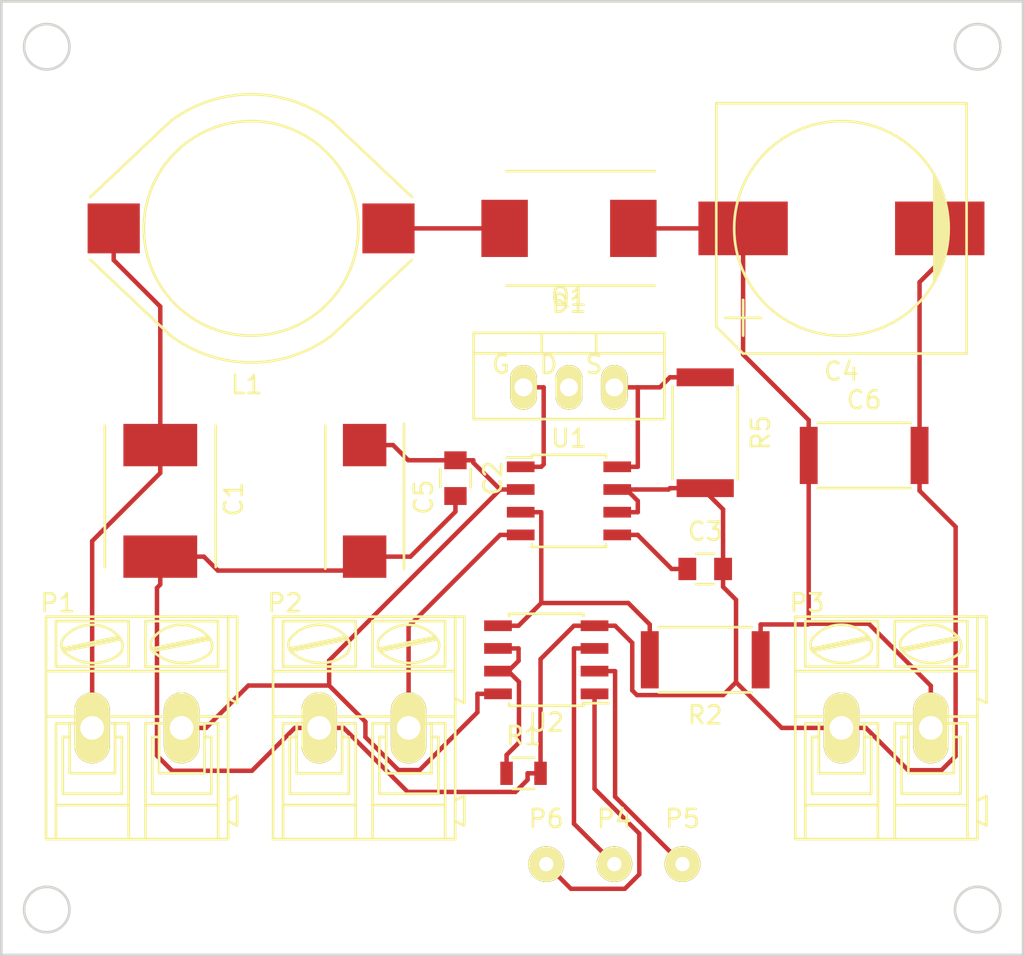
<source format=kicad_pcb>
(kicad_pcb (version 4) (host pcbnew 4.0.0-rc1-stable)

  (general
    (links 35)
    (no_connects 0)
    (area 110.414999 87.554999 167.715001 141.045001)
    (thickness 1.6)
    (drawings 8)
    (tracks 136)
    (zones 0)
    (modules 20)
    (nets 16)
  )

  (page A4)
  (layers
    (0 F.Cu signal)
    (31 B.Cu signal)
    (32 B.Adhes user)
    (33 F.Adhes user)
    (34 B.Paste user)
    (35 F.Paste user)
    (36 B.SilkS user)
    (37 F.SilkS user)
    (38 B.Mask user)
    (39 F.Mask user)
    (40 Dwgs.User user)
    (41 Cmts.User user)
    (42 Eco1.User user)
    (43 Eco2.User user)
    (44 Edge.Cuts user)
    (45 Margin user)
    (46 B.CrtYd user)
    (47 F.CrtYd user)
    (48 B.Fab user)
    (49 F.Fab user)
  )

  (setup
    (last_trace_width 0.25)
    (trace_clearance 0.25)
    (zone_clearance 0.508)
    (zone_45_only no)
    (trace_min 0.2)
    (segment_width 0.2)
    (edge_width 0.15)
    (via_size 0.6)
    (via_drill 0.4)
    (via_min_size 0.4)
    (via_min_drill 0.3)
    (uvia_size 0.3)
    (uvia_drill 0.1)
    (uvias_allowed no)
    (uvia_min_size 0.2)
    (uvia_min_drill 0.1)
    (pcb_text_width 0.3)
    (pcb_text_size 1.5 1.5)
    (mod_edge_width 0.15)
    (mod_text_size 1 1)
    (mod_text_width 0.15)
    (pad_size 5.99948 5.99948)
    (pad_drill 1)
    (pad_to_mask_clearance 0.2)
    (aux_axis_origin 0 0)
    (visible_elements 7FFFFFFF)
    (pcbplotparams
      (layerselection 0x00030_80000001)
      (usegerberextensions false)
      (excludeedgelayer true)
      (linewidth 0.100000)
      (plotframeref false)
      (viasonmask false)
      (mode 1)
      (useauxorigin false)
      (hpglpennumber 1)
      (hpglpenspeed 20)
      (hpglpendiameter 15)
      (hpglpenoverlay 2)
      (psnegative false)
      (psa4output false)
      (plotreference true)
      (plotvalue true)
      (plotinvisibletext false)
      (padsonsilk false)
      (subtractmaskfromsilk false)
      (outputformat 1)
      (mirror false)
      (drillshape 1)
      (scaleselection 1)
      (outputdirectory ""))
  )

  (net 0 "")
  (net 1 GNDD)
  (net 2 "Net-(C3-Pad1)")
  (net 3 "Net-(R1-Pad1)")
  (net 4 "Net-(R2-Pad2)")
  (net 5 "Net-(C1-Pad1)")
  (net 6 "Net-(C2-Pad1)")
  (net 7 "Net-(C4-Pad1)")
  (net 8 "Net-(D1-Pad2)")
  (net 9 "Net-(P5-Pad1)")
  (net 10 "Net-(P6-Pad1)")
  (net 11 "Net-(P2-Pad2)")
  (net 12 "Net-(Q1-PadG)")
  (net 13 "Net-(Q1-PadS)")
  (net 14 "Net-(P4-Pad1)")
  (net 15 "Net-(Q1-PadD)")

  (net_class Default "This is the default net class."
    (clearance 0.25)
    (trace_width 0.25)
    (via_dia 0.6)
    (via_drill 0.4)
    (uvia_dia 0.3)
    (uvia_drill 0.1)
    (add_net GNDD)
    (add_net "Net-(C1-Pad1)")
    (add_net "Net-(C2-Pad1)")
    (add_net "Net-(C3-Pad1)")
    (add_net "Net-(C4-Pad1)")
    (add_net "Net-(D1-Pad2)")
    (add_net "Net-(P2-Pad2)")
    (add_net "Net-(P4-Pad1)")
    (add_net "Net-(P5-Pad1)")
    (add_net "Net-(P6-Pad1)")
    (add_net "Net-(Q1-PadD)")
    (add_net "Net-(Q1-PadG)")
    (add_net "Net-(Q1-PadS)")
    (add_net "Net-(R1-Pad1)")
    (add_net "Net-(R2-Pad2)")
  )

  (module Capacitors_Tantalum_SMD:TantalC_SizeE_EIA-7360_Reflow (layer F.Cu) (tedit 555EFB76) (tstamp 560AFBB2)
    (at 119.38 115.57 270)
    (descr "Tantal Cap. , Size E, EIA-7360, Reflow,")
    (tags "Tantal Capacitor Size-E EIA-7360 Reflow")
    (path /5609A72E)
    (attr smd)
    (fp_text reference C1 (at -0.09906 -4.09956 270) (layer F.SilkS)
      (effects (font (size 1 1) (thickness 0.15)))
    )
    (fp_text value "100uF, 35V" (at 0 4.50088 270) (layer F.Fab)
      (effects (font (size 1 1) (thickness 0.15)))
    )
    (fp_line (start 3.7 3.1) (end -4.2 3.1) (layer F.SilkS) (width 0.15))
    (fp_line (start 3.7 -3.1) (end -4.2 -3.1) (layer F.SilkS) (width 0.15))
    (fp_line (start 4.6 -3.4) (end -4.6 -3.4) (layer F.CrtYd) (width 0.05))
    (fp_line (start -4.6 -3.4) (end -4.6 3.4) (layer F.CrtYd) (width 0.05))
    (fp_line (start -4.6 3.4) (end 4.6 3.4) (layer F.CrtYd) (width 0.05))
    (fp_line (start 4.6 3.4) (end 4.6 -3.4) (layer F.CrtYd) (width 0.05))
    (pad 2 smd rect (at 3.12 0 270) (size 2.37 4.13) (layers F.Cu F.Paste F.Mask)
      (net 1 GNDD))
    (pad 1 smd rect (at -3.12 0 270) (size 2.37 4.13) (layers F.Cu F.Paste F.Mask)
      (net 5 "Net-(C1-Pad1)"))
    (model Capacitors_Tantalum_SMD.3dshapes/TantalC_SizeE_EIA-7360_Reflow.wrl
      (at (xyz 0 0 0))
      (scale (xyz 1 1 1))
      (rotate (xyz 0 0 180))
    )
  )

  (module Capacitors_SMD:C_0805 (layer F.Cu) (tedit 5415D6EA) (tstamp 560AFBBE)
    (at 135.89 114.3 270)
    (descr "Capacitor SMD 0805, reflow soldering, AVX (see smccp.pdf)")
    (tags "capacitor 0805")
    (path /5609A034)
    (attr smd)
    (fp_text reference C2 (at 0 -2.1 270) (layer F.SilkS)
      (effects (font (size 1 1) (thickness 0.15)))
    )
    (fp_text value 100nF (at 0 2.1 270) (layer F.Fab)
      (effects (font (size 1 1) (thickness 0.15)))
    )
    (fp_line (start -1.8 -1) (end 1.8 -1) (layer F.CrtYd) (width 0.05))
    (fp_line (start -1.8 1) (end 1.8 1) (layer F.CrtYd) (width 0.05))
    (fp_line (start -1.8 -1) (end -1.8 1) (layer F.CrtYd) (width 0.05))
    (fp_line (start 1.8 -1) (end 1.8 1) (layer F.CrtYd) (width 0.05))
    (fp_line (start 0.5 -0.85) (end -0.5 -0.85) (layer F.SilkS) (width 0.15))
    (fp_line (start -0.5 0.85) (end 0.5 0.85) (layer F.SilkS) (width 0.15))
    (pad 1 smd rect (at -1 0 270) (size 1 1.25) (layers F.Cu F.Paste F.Mask)
      (net 6 "Net-(C2-Pad1)"))
    (pad 2 smd rect (at 1 0 270) (size 1 1.25) (layers F.Cu F.Paste F.Mask)
      (net 1 GNDD))
    (model Capacitors_SMD.3dshapes/C_0805.wrl
      (at (xyz 0 0 0))
      (scale (xyz 1 1 1))
      (rotate (xyz 0 0 0))
    )
  )

  (module Capacitors_SMD:C_0805 (layer F.Cu) (tedit 5415D6EA) (tstamp 560AFBCA)
    (at 149.86 119.38)
    (descr "Capacitor SMD 0805, reflow soldering, AVX (see smccp.pdf)")
    (tags "capacitor 0805")
    (path /56099F9D)
    (attr smd)
    (fp_text reference C3 (at 0 -2.1) (layer F.SilkS)
      (effects (font (size 1 1) (thickness 0.15)))
    )
    (fp_text value 100nF (at 0 2.1) (layer F.Fab)
      (effects (font (size 1 1) (thickness 0.15)))
    )
    (fp_line (start -1.8 -1) (end 1.8 -1) (layer F.CrtYd) (width 0.05))
    (fp_line (start -1.8 1) (end 1.8 1) (layer F.CrtYd) (width 0.05))
    (fp_line (start -1.8 -1) (end -1.8 1) (layer F.CrtYd) (width 0.05))
    (fp_line (start 1.8 -1) (end 1.8 1) (layer F.CrtYd) (width 0.05))
    (fp_line (start 0.5 -0.85) (end -0.5 -0.85) (layer F.SilkS) (width 0.15))
    (fp_line (start -0.5 0.85) (end 0.5 0.85) (layer F.SilkS) (width 0.15))
    (pad 1 smd rect (at -1 0) (size 1 1.25) (layers F.Cu F.Paste F.Mask)
      (net 2 "Net-(C3-Pad1)"))
    (pad 2 smd rect (at 1 0) (size 1 1.25) (layers F.Cu F.Paste F.Mask)
      (net 1 GNDD))
    (model Capacitors_SMD.3dshapes/C_0805.wrl
      (at (xyz 0 0 0))
      (scale (xyz 1 1 1))
      (rotate (xyz 0 0 0))
    )
  )

  (module Capacitors_Tantalum_SMD:TantalC_SizeD_EIA-7343_Reflow (layer F.Cu) (tedit 555EF99E) (tstamp 560AFBEF)
    (at 130.81 115.57 270)
    (descr "Tantal Cap. , Size D, EIA-7343, Reflow")
    (tags "Tantal Capacitor Size-D EIA-7343 Reflow")
    (path /5609A12A)
    (attr smd)
    (fp_text reference C5 (at -0.20066 -3.29946 270) (layer F.SilkS)
      (effects (font (size 1 1) (thickness 0.15)))
    )
    (fp_text value 10uF (at -0.09906 3.59918 270) (layer F.Fab)
      (effects (font (size 1 1) (thickness 0.15)))
    )
    (fp_line (start 4.6 -2.6) (end -4.6 -2.6) (layer F.CrtYd) (width 0.05))
    (fp_line (start -4.6 -2.6) (end -4.6 2.6) (layer F.CrtYd) (width 0.05))
    (fp_line (start -4.6 2.6) (end 4.6 2.6) (layer F.CrtYd) (width 0.05))
    (fp_line (start 4.6 2.6) (end 4.6 -2.6) (layer F.CrtYd) (width 0.05))
    (fp_line (start -4.2 2.2) (end 3.8 2.2) (layer F.SilkS) (width 0.15))
    (fp_line (start 3.8 -2.2) (end -4.3 -2.2) (layer F.SilkS) (width 0.15))
    (pad 2 smd rect (at 3.12 0 270) (size 2.37 2.43) (layers F.Cu F.Paste F.Mask)
      (net 1 GNDD))
    (pad 1 smd rect (at -3.12 0 270) (size 2.37 2.43) (layers F.Cu F.Paste F.Mask)
      (net 6 "Net-(C2-Pad1)"))
    (model Capacitors_Tantalum_SMD.3dshapes/TantalC_SizeD_EIA-7343_Reflow.wrl
      (at (xyz 0 0 0))
      (scale (xyz 1 1 1))
      (rotate (xyz 0 0 180))
    )
  )

  (module Resistors_SMD:R_0805 (layer F.Cu) (tedit 5415CDEB) (tstamp 560AFC07)
    (at 139.7 130.81)
    (descr "Resistor SMD 0805, reflow soldering, Vishay (see dcrcw.pdf)")
    (tags "resistor 0805")
    (path /560ADF17)
    (attr smd)
    (fp_text reference R1 (at 0 -2.1) (layer F.SilkS)
      (effects (font (size 1 1) (thickness 0.15)))
    )
    (fp_text value 10k (at 0 2.1) (layer F.Fab)
      (effects (font (size 1 1) (thickness 0.15)))
    )
    (fp_line (start -1.6 -1) (end 1.6 -1) (layer F.CrtYd) (width 0.05))
    (fp_line (start -1.6 1) (end 1.6 1) (layer F.CrtYd) (width 0.05))
    (fp_line (start -1.6 -1) (end -1.6 1) (layer F.CrtYd) (width 0.05))
    (fp_line (start 1.6 -1) (end 1.6 1) (layer F.CrtYd) (width 0.05))
    (fp_line (start 0.6 0.875) (end -0.6 0.875) (layer F.SilkS) (width 0.15))
    (fp_line (start -0.6 -0.875) (end 0.6 -0.875) (layer F.SilkS) (width 0.15))
    (pad 1 smd rect (at -0.95 0) (size 0.7 1.3) (layers F.Cu F.Paste F.Mask)
      (net 3 "Net-(R1-Pad1)"))
    (pad 2 smd rect (at 0.95 0) (size 0.7 1.3) (layers F.Cu F.Paste F.Mask)
      (net 1 GNDD))
    (model Resistors_SMD.3dshapes/R_0805.wrl
      (at (xyz 0 0 0))
      (scale (xyz 1 1 1))
      (rotate (xyz 0 0 0))
    )
  )

  (module Resistors_SMD:R_2512 (layer F.Cu) (tedit 5415D3E2) (tstamp 560AFC13)
    (at 149.86 124.46 180)
    (descr "Resistor SMD 2512, reflow soldering, Vishay (see dcrcw.pdf)")
    (tags "resistor 2512")
    (path /560AE4B9)
    (attr smd)
    (fp_text reference R2 (at 0 -3.1 180) (layer F.SilkS)
      (effects (font (size 1 1) (thickness 0.15)))
    )
    (fp_text value 1M5 (at 0 3.1 180) (layer F.Fab)
      (effects (font (size 1 1) (thickness 0.15)))
    )
    (fp_line (start -3.9 -1.95) (end 3.9 -1.95) (layer F.CrtYd) (width 0.05))
    (fp_line (start -3.9 1.95) (end 3.9 1.95) (layer F.CrtYd) (width 0.05))
    (fp_line (start -3.9 -1.95) (end -3.9 1.95) (layer F.CrtYd) (width 0.05))
    (fp_line (start 3.9 -1.95) (end 3.9 1.95) (layer F.CrtYd) (width 0.05))
    (fp_line (start 2.6 1.825) (end -2.6 1.825) (layer F.SilkS) (width 0.15))
    (fp_line (start -2.6 -1.825) (end 2.6 -1.825) (layer F.SilkS) (width 0.15))
    (pad 1 smd rect (at -3.1 0 180) (size 1 3.2) (layers F.Cu F.Paste F.Mask)
      (net 7 "Net-(C4-Pad1)"))
    (pad 2 smd rect (at 3.1 0 180) (size 1 3.2) (layers F.Cu F.Paste F.Mask)
      (net 4 "Net-(R2-Pad2)"))
    (model Resistors_SMD.3dshapes/R_2512.wrl
      (at (xyz 0 0 0))
      (scale (xyz 1 1 1))
      (rotate (xyz 0 0 0))
    )
  )

  (module Resistors_SMD:R_2512 (layer F.Cu) (tedit 5415D3E2) (tstamp 560AFC1F)
    (at 149.86 111.76 270)
    (descr "Resistor SMD 2512, reflow soldering, Vishay (see dcrcw.pdf)")
    (tags "resistor 2512")
    (path /560ADAD2)
    (attr smd)
    (fp_text reference R5 (at 0 -3.1 270) (layer F.SilkS)
      (effects (font (size 1 1) (thickness 0.15)))
    )
    (fp_text value RSENSE (at 0 3.1 270) (layer F.Fab)
      (effects (font (size 1 1) (thickness 0.15)))
    )
    (fp_line (start -3.9 -1.95) (end 3.9 -1.95) (layer F.CrtYd) (width 0.05))
    (fp_line (start -3.9 1.95) (end 3.9 1.95) (layer F.CrtYd) (width 0.05))
    (fp_line (start -3.9 -1.95) (end -3.9 1.95) (layer F.CrtYd) (width 0.05))
    (fp_line (start 3.9 -1.95) (end 3.9 1.95) (layer F.CrtYd) (width 0.05))
    (fp_line (start 2.6 1.825) (end -2.6 1.825) (layer F.SilkS) (width 0.15))
    (fp_line (start -2.6 -1.825) (end 2.6 -1.825) (layer F.SilkS) (width 0.15))
    (pad 1 smd rect (at -3.1 0 270) (size 1 3.2) (layers F.Cu F.Paste F.Mask)
      (net 13 "Net-(Q1-PadS)"))
    (pad 2 smd rect (at 3.1 0 270) (size 1 3.2) (layers F.Cu F.Paste F.Mask)
      (net 1 GNDD))
    (model Resistors_SMD.3dshapes/R_2512.wrl
      (at (xyz 0 0 0))
      (scale (xyz 1 1 1))
      (rotate (xyz 0 0 0))
    )
  )

  (module Housings_SOIC:SOIC-8_3.9x4.9mm_Pitch1.27mm (layer F.Cu) (tedit 54130A77) (tstamp 560AFC36)
    (at 142.24 115.57)
    (descr "8-Lead Plastic Small Outline (SN) - Narrow, 3.90 mm Body [SOIC] (see Microchip Packaging Specification 00000049BS.pdf)")
    (tags "SOIC 1.27")
    (path /56099E6A)
    (attr smd)
    (fp_text reference U1 (at 0 -3.5) (layer F.SilkS)
      (effects (font (size 1 1) (thickness 0.15)))
    )
    (fp_text value MAX1771_IC (at 0 3.5) (layer F.Fab)
      (effects (font (size 1 1) (thickness 0.15)))
    )
    (fp_line (start -3.75 -2.75) (end -3.75 2.75) (layer F.CrtYd) (width 0.05))
    (fp_line (start 3.75 -2.75) (end 3.75 2.75) (layer F.CrtYd) (width 0.05))
    (fp_line (start -3.75 -2.75) (end 3.75 -2.75) (layer F.CrtYd) (width 0.05))
    (fp_line (start -3.75 2.75) (end 3.75 2.75) (layer F.CrtYd) (width 0.05))
    (fp_line (start -2.075 -2.575) (end -2.075 -2.43) (layer F.SilkS) (width 0.15))
    (fp_line (start 2.075 -2.575) (end 2.075 -2.43) (layer F.SilkS) (width 0.15))
    (fp_line (start 2.075 2.575) (end 2.075 2.43) (layer F.SilkS) (width 0.15))
    (fp_line (start -2.075 2.575) (end -2.075 2.43) (layer F.SilkS) (width 0.15))
    (fp_line (start -2.075 -2.575) (end 2.075 -2.575) (layer F.SilkS) (width 0.15))
    (fp_line (start -2.075 2.575) (end 2.075 2.575) (layer F.SilkS) (width 0.15))
    (fp_line (start -2.075 -2.43) (end -3.475 -2.43) (layer F.SilkS) (width 0.15))
    (pad 1 smd rect (at -2.7 -1.905) (size 1.55 0.6) (layers F.Cu F.Paste F.Mask)
      (net 12 "Net-(Q1-PadG)"))
    (pad 2 smd rect (at -2.7 -0.635) (size 1.55 0.6) (layers F.Cu F.Paste F.Mask)
      (net 6 "Net-(C2-Pad1)"))
    (pad 3 smd rect (at -2.7 0.635) (size 1.55 0.6) (layers F.Cu F.Paste F.Mask)
      (net 4 "Net-(R2-Pad2)"))
    (pad 4 smd rect (at -2.7 1.905) (size 1.55 0.6) (layers F.Cu F.Paste F.Mask)
      (net 11 "Net-(P2-Pad2)"))
    (pad 5 smd rect (at 2.7 1.905) (size 1.55 0.6) (layers F.Cu F.Paste F.Mask)
      (net 2 "Net-(C3-Pad1)"))
    (pad 6 smd rect (at 2.7 0.635) (size 1.55 0.6) (layers F.Cu F.Paste F.Mask)
      (net 1 GNDD))
    (pad 7 smd rect (at 2.7 -0.635) (size 1.55 0.6) (layers F.Cu F.Paste F.Mask)
      (net 1 GNDD))
    (pad 8 smd rect (at 2.7 -1.905) (size 1.55 0.6) (layers F.Cu F.Paste F.Mask)
      (net 13 "Net-(Q1-PadS)"))
    (model Housings_SOIC.3dshapes/SOIC-8_3.9x4.9mm_Pitch1.27mm.wrl
      (at (xyz 0 0 0))
      (scale (xyz 1 1 1))
      (rotate (xyz 0 0 0))
    )
  )

  (module Transistors_TO-220:TO-220_FET-GDS_Vertical (layer F.Cu) (tedit 0) (tstamp 560AFBFB)
    (at 142.24 109.22)
    (descr "TO-220, FET-GDS, Vertical,")
    (tags "TO-220, FET-GDS, Vertical,")
    (path /560DF675)
    (fp_text reference Q1 (at 0 -5.08) (layer F.SilkS)
      (effects (font (size 1 1) (thickness 0.15)))
    )
    (fp_text value IRF644PBF (at 0 3.81) (layer F.Fab)
      (effects (font (size 1 1) (thickness 0.15)))
    )
    (fp_text user S (at 1.397 -1.27) (layer F.SilkS)
      (effects (font (size 1 1) (thickness 0.15)))
    )
    (fp_text user D (at -1.143 -1.27) (layer F.SilkS)
      (effects (font (size 1 1) (thickness 0.15)))
    )
    (fp_text user G (at -3.81 -1.27) (layer F.SilkS)
      (effects (font (size 1 1) (thickness 0.15)))
    )
    (fp_line (start -1.524 -3.048) (end -1.524 -1.905) (layer F.SilkS) (width 0.15))
    (fp_line (start 1.524 -3.048) (end 1.524 -1.905) (layer F.SilkS) (width 0.15))
    (fp_line (start 5.334 -1.905) (end 5.334 1.778) (layer F.SilkS) (width 0.15))
    (fp_line (start 5.334 1.778) (end -5.334 1.778) (layer F.SilkS) (width 0.15))
    (fp_line (start -5.334 1.778) (end -5.334 -1.905) (layer F.SilkS) (width 0.15))
    (fp_line (start 5.334 -3.048) (end 5.334 -1.905) (layer F.SilkS) (width 0.15))
    (fp_line (start 5.334 -1.905) (end -5.334 -1.905) (layer F.SilkS) (width 0.15))
    (fp_line (start -5.334 -1.905) (end -5.334 -3.048) (layer F.SilkS) (width 0.15))
    (fp_line (start 0 -3.048) (end -5.334 -3.048) (layer F.SilkS) (width 0.15))
    (fp_line (start 0 -3.048) (end 5.334 -3.048) (layer F.SilkS) (width 0.15))
    (pad D thru_hole oval (at 0 0 90) (size 2.49936 1.50114) (drill 1.00076) (layers *.Cu *.Mask F.SilkS)
      (net 15 "Net-(Q1-PadD)"))
    (pad G thru_hole oval (at -2.54 0 90) (size 2.49936 1.50114) (drill 1.00076) (layers *.Cu *.Mask F.SilkS)
      (net 12 "Net-(Q1-PadG)"))
    (pad S thru_hole oval (at 2.54 0 90) (size 2.49936 1.50114) (drill 1.00076) (layers *.Cu *.Mask F.SilkS)
      (net 13 "Net-(Q1-PadS)"))
    (model Transistors_TO-220.3dshapes/TO-220_FET-GDS_Vertical.wrl
      (at (xyz 0 0 0))
      (scale (xyz 0.3937 0.3937 0.3937))
      (rotate (xyz 0 0 0))
    )
  )

  (module Connect:AK300-2 (layer F.Cu) (tedit 54792136) (tstamp 560C20A5)
    (at 115.57 128.27)
    (descr CONNECTOR)
    (tags CONNECTOR)
    (path /560DAB00)
    (attr virtual)
    (fp_text reference P1 (at -1.92 -6.985) (layer F.SilkS)
      (effects (font (size 1 1) (thickness 0.15)))
    )
    (fp_text value J1 (at 2.779 7.747) (layer F.Fab)
      (effects (font (size 1 1) (thickness 0.15)))
    )
    (fp_line (start 8.363 -6.473) (end -2.83 -6.473) (layer F.CrtYd) (width 0.05))
    (fp_line (start 8.363 6.473) (end 8.363 -6.473) (layer F.CrtYd) (width 0.05))
    (fp_line (start -2.83 6.473) (end 8.363 6.473) (layer F.CrtYd) (width 0.05))
    (fp_line (start -2.83 -6.473) (end -2.83 6.473) (layer F.CrtYd) (width 0.05))
    (fp_line (start -1.2596 2.54) (end 1.2804 2.54) (layer F.SilkS) (width 0.15))
    (fp_line (start 1.2804 2.54) (end 1.2804 -0.254) (layer F.SilkS) (width 0.15))
    (fp_line (start -1.2596 -0.254) (end 1.2804 -0.254) (layer F.SilkS) (width 0.15))
    (fp_line (start -1.2596 2.54) (end -1.2596 -0.254) (layer F.SilkS) (width 0.15))
    (fp_line (start 3.7442 2.54) (end 6.2842 2.54) (layer F.SilkS) (width 0.15))
    (fp_line (start 6.2842 2.54) (end 6.2842 -0.254) (layer F.SilkS) (width 0.15))
    (fp_line (start 3.7442 -0.254) (end 6.2842 -0.254) (layer F.SilkS) (width 0.15))
    (fp_line (start 3.7442 2.54) (end 3.7442 -0.254) (layer F.SilkS) (width 0.15))
    (fp_line (start 7.605 -6.223) (end 7.605 -3.175) (layer F.SilkS) (width 0.15))
    (fp_line (start 7.605 -6.223) (end -2.58 -6.223) (layer F.SilkS) (width 0.15))
    (fp_line (start 7.605 -6.223) (end 8.113 -6.223) (layer F.SilkS) (width 0.15))
    (fp_line (start 8.113 -6.223) (end 8.113 -1.397) (layer F.SilkS) (width 0.15))
    (fp_line (start 8.113 -1.397) (end 7.605 -1.651) (layer F.SilkS) (width 0.15))
    (fp_line (start 8.113 5.461) (end 7.605 5.207) (layer F.SilkS) (width 0.15))
    (fp_line (start 7.605 5.207) (end 7.605 6.223) (layer F.SilkS) (width 0.15))
    (fp_line (start 8.113 3.81) (end 7.605 4.064) (layer F.SilkS) (width 0.15))
    (fp_line (start 7.605 4.064) (end 7.605 5.207) (layer F.SilkS) (width 0.15))
    (fp_line (start 8.113 3.81) (end 8.113 5.461) (layer F.SilkS) (width 0.15))
    (fp_line (start 2.9822 6.223) (end 2.9822 4.318) (layer F.SilkS) (width 0.15))
    (fp_line (start 7.0462 -0.254) (end 7.0462 4.318) (layer F.SilkS) (width 0.15))
    (fp_line (start 2.9822 6.223) (end 7.0462 6.223) (layer F.SilkS) (width 0.15))
    (fp_line (start 7.0462 6.223) (end 7.605 6.223) (layer F.SilkS) (width 0.15))
    (fp_line (start 2.0424 6.223) (end 2.0424 4.318) (layer F.SilkS) (width 0.15))
    (fp_line (start 2.0424 6.223) (end 2.9822 6.223) (layer F.SilkS) (width 0.15))
    (fp_line (start -2.0216 -0.254) (end -2.0216 4.318) (layer F.SilkS) (width 0.15))
    (fp_line (start -2.58 6.223) (end -2.0216 6.223) (layer F.SilkS) (width 0.15))
    (fp_line (start -2.0216 6.223) (end 2.0424 6.223) (layer F.SilkS) (width 0.15))
    (fp_line (start 2.9822 4.318) (end 7.0462 4.318) (layer F.SilkS) (width 0.15))
    (fp_line (start 2.9822 4.318) (end 2.9822 -0.254) (layer F.SilkS) (width 0.15))
    (fp_line (start 7.0462 4.318) (end 7.0462 6.223) (layer F.SilkS) (width 0.15))
    (fp_line (start 2.0424 4.318) (end -2.0216 4.318) (layer F.SilkS) (width 0.15))
    (fp_line (start 2.0424 4.318) (end 2.0424 -0.254) (layer F.SilkS) (width 0.15))
    (fp_line (start -2.0216 4.318) (end -2.0216 6.223) (layer F.SilkS) (width 0.15))
    (fp_line (start 6.6652 3.683) (end 6.6652 0.508) (layer F.SilkS) (width 0.15))
    (fp_line (start 6.6652 3.683) (end 3.3632 3.683) (layer F.SilkS) (width 0.15))
    (fp_line (start 3.3632 3.683) (end 3.3632 0.508) (layer F.SilkS) (width 0.15))
    (fp_line (start 1.6614 3.683) (end 1.6614 0.508) (layer F.SilkS) (width 0.15))
    (fp_line (start 1.6614 3.683) (end -1.6406 3.683) (layer F.SilkS) (width 0.15))
    (fp_line (start -1.6406 3.683) (end -1.6406 0.508) (layer F.SilkS) (width 0.15))
    (fp_line (start -1.6406 0.508) (end -1.2596 0.508) (layer F.SilkS) (width 0.15))
    (fp_line (start 1.6614 0.508) (end 1.2804 0.508) (layer F.SilkS) (width 0.15))
    (fp_line (start 3.3632 0.508) (end 3.7442 0.508) (layer F.SilkS) (width 0.15))
    (fp_line (start 6.6652 0.508) (end 6.2842 0.508) (layer F.SilkS) (width 0.15))
    (fp_line (start -2.58 6.223) (end -2.58 -0.635) (layer F.SilkS) (width 0.15))
    (fp_line (start -2.58 -0.635) (end -2.58 -3.175) (layer F.SilkS) (width 0.15))
    (fp_line (start 7.605 -1.651) (end 7.605 -0.635) (layer F.SilkS) (width 0.15))
    (fp_line (start 7.605 -0.635) (end 7.605 4.064) (layer F.SilkS) (width 0.15))
    (fp_line (start -2.58 -3.175) (end 7.605 -3.175) (layer F.SilkS) (width 0.15))
    (fp_line (start -2.58 -3.175) (end -2.58 -6.223) (layer F.SilkS) (width 0.15))
    (fp_line (start 7.605 -3.175) (end 7.605 -1.651) (layer F.SilkS) (width 0.15))
    (fp_line (start 2.9822 -3.429) (end 2.9822 -5.969) (layer F.SilkS) (width 0.15))
    (fp_line (start 2.9822 -5.969) (end 7.0462 -5.969) (layer F.SilkS) (width 0.15))
    (fp_line (start 7.0462 -5.969) (end 7.0462 -3.429) (layer F.SilkS) (width 0.15))
    (fp_line (start 7.0462 -3.429) (end 2.9822 -3.429) (layer F.SilkS) (width 0.15))
    (fp_line (start 2.0424 -3.429) (end 2.0424 -5.969) (layer F.SilkS) (width 0.15))
    (fp_line (start 2.0424 -3.429) (end -2.0216 -3.429) (layer F.SilkS) (width 0.15))
    (fp_line (start -2.0216 -3.429) (end -2.0216 -5.969) (layer F.SilkS) (width 0.15))
    (fp_line (start 2.0424 -5.969) (end -2.0216 -5.969) (layer F.SilkS) (width 0.15))
    (fp_line (start 3.3886 -4.445) (end 6.4366 -5.08) (layer F.SilkS) (width 0.15))
    (fp_line (start 3.5156 -4.318) (end 6.5636 -4.953) (layer F.SilkS) (width 0.15))
    (fp_line (start -1.6152 -4.445) (end 1.43534 -5.08) (layer F.SilkS) (width 0.15))
    (fp_line (start -1.4882 -4.318) (end 1.5598 -4.953) (layer F.SilkS) (width 0.15))
    (fp_line (start -2.0216 -0.254) (end -1.6406 -0.254) (layer F.SilkS) (width 0.15))
    (fp_line (start 2.0424 -0.254) (end 1.6614 -0.254) (layer F.SilkS) (width 0.15))
    (fp_line (start 1.6614 -0.254) (end -1.6406 -0.254) (layer F.SilkS) (width 0.15))
    (fp_line (start -2.58 -0.635) (end -1.6406 -0.635) (layer F.SilkS) (width 0.15))
    (fp_line (start -1.6406 -0.635) (end 1.6614 -0.635) (layer F.SilkS) (width 0.15))
    (fp_line (start 1.6614 -0.635) (end 3.3632 -0.635) (layer F.SilkS) (width 0.15))
    (fp_line (start 7.605 -0.635) (end 6.6652 -0.635) (layer F.SilkS) (width 0.15))
    (fp_line (start 6.6652 -0.635) (end 3.3632 -0.635) (layer F.SilkS) (width 0.15))
    (fp_line (start 7.0462 -0.254) (end 6.6652 -0.254) (layer F.SilkS) (width 0.15))
    (fp_line (start 2.9822 -0.254) (end 3.3632 -0.254) (layer F.SilkS) (width 0.15))
    (fp_line (start 3.3632 -0.254) (end 6.6652 -0.254) (layer F.SilkS) (width 0.15))
    (fp_arc (start 6.0302 -4.59486) (end 6.53566 -5.05206) (angle 90.5) (layer F.SilkS) (width 0.15))
    (fp_arc (start 5.065 -6.0706) (end 6.52804 -4.11734) (angle 75.5) (layer F.SilkS) (width 0.15))
    (fp_arc (start 4.98626 -3.7084) (end 3.3886 -5.0038) (angle 100) (layer F.SilkS) (width 0.15))
    (fp_arc (start 3.8712 -4.64566) (end 3.58164 -4.1275) (angle 104.2) (layer F.SilkS) (width 0.15))
    (fp_arc (start 1.0264 -4.59486) (end 1.5344 -5.05206) (angle 90.5) (layer F.SilkS) (width 0.15))
    (fp_arc (start 0.06374 -6.0706) (end 1.52678 -4.11734) (angle 75.5) (layer F.SilkS) (width 0.15))
    (fp_arc (start -0.01246 -3.7084) (end -1.6152 -5.0038) (angle 100) (layer F.SilkS) (width 0.15))
    (fp_arc (start -1.1326 -4.64566) (end -1.41962 -4.1275) (angle 104.2) (layer F.SilkS) (width 0.15))
    (pad 1 thru_hole oval (at 0 0) (size 1.9812 3.9624) (drill 1.3208) (layers *.Cu F.Paste F.SilkS F.Mask)
      (net 5 "Net-(C1-Pad1)"))
    (pad 2 thru_hole oval (at 5 0) (size 1.9812 3.9624) (drill 1.3208) (layers *.Cu F.Paste F.SilkS F.Mask)
      (net 6 "Net-(C2-Pad1)"))
  )

  (module Connect:AK300-2 (layer F.Cu) (tedit 54792136) (tstamp 560D991C)
    (at 128.27 128.27)
    (descr CONNECTOR)
    (tags CONNECTOR)
    (path /560DADE3)
    (attr virtual)
    (fp_text reference P2 (at -1.92 -6.985) (layer F.SilkS)
      (effects (font (size 1 1) (thickness 0.15)))
    )
    (fp_text value J2 (at 2.779 7.747) (layer F.Fab)
      (effects (font (size 1 1) (thickness 0.15)))
    )
    (fp_line (start 8.363 -6.473) (end -2.83 -6.473) (layer F.CrtYd) (width 0.05))
    (fp_line (start 8.363 6.473) (end 8.363 -6.473) (layer F.CrtYd) (width 0.05))
    (fp_line (start -2.83 6.473) (end 8.363 6.473) (layer F.CrtYd) (width 0.05))
    (fp_line (start -2.83 -6.473) (end -2.83 6.473) (layer F.CrtYd) (width 0.05))
    (fp_line (start -1.2596 2.54) (end 1.2804 2.54) (layer F.SilkS) (width 0.15))
    (fp_line (start 1.2804 2.54) (end 1.2804 -0.254) (layer F.SilkS) (width 0.15))
    (fp_line (start -1.2596 -0.254) (end 1.2804 -0.254) (layer F.SilkS) (width 0.15))
    (fp_line (start -1.2596 2.54) (end -1.2596 -0.254) (layer F.SilkS) (width 0.15))
    (fp_line (start 3.7442 2.54) (end 6.2842 2.54) (layer F.SilkS) (width 0.15))
    (fp_line (start 6.2842 2.54) (end 6.2842 -0.254) (layer F.SilkS) (width 0.15))
    (fp_line (start 3.7442 -0.254) (end 6.2842 -0.254) (layer F.SilkS) (width 0.15))
    (fp_line (start 3.7442 2.54) (end 3.7442 -0.254) (layer F.SilkS) (width 0.15))
    (fp_line (start 7.605 -6.223) (end 7.605 -3.175) (layer F.SilkS) (width 0.15))
    (fp_line (start 7.605 -6.223) (end -2.58 -6.223) (layer F.SilkS) (width 0.15))
    (fp_line (start 7.605 -6.223) (end 8.113 -6.223) (layer F.SilkS) (width 0.15))
    (fp_line (start 8.113 -6.223) (end 8.113 -1.397) (layer F.SilkS) (width 0.15))
    (fp_line (start 8.113 -1.397) (end 7.605 -1.651) (layer F.SilkS) (width 0.15))
    (fp_line (start 8.113 5.461) (end 7.605 5.207) (layer F.SilkS) (width 0.15))
    (fp_line (start 7.605 5.207) (end 7.605 6.223) (layer F.SilkS) (width 0.15))
    (fp_line (start 8.113 3.81) (end 7.605 4.064) (layer F.SilkS) (width 0.15))
    (fp_line (start 7.605 4.064) (end 7.605 5.207) (layer F.SilkS) (width 0.15))
    (fp_line (start 8.113 3.81) (end 8.113 5.461) (layer F.SilkS) (width 0.15))
    (fp_line (start 2.9822 6.223) (end 2.9822 4.318) (layer F.SilkS) (width 0.15))
    (fp_line (start 7.0462 -0.254) (end 7.0462 4.318) (layer F.SilkS) (width 0.15))
    (fp_line (start 2.9822 6.223) (end 7.0462 6.223) (layer F.SilkS) (width 0.15))
    (fp_line (start 7.0462 6.223) (end 7.605 6.223) (layer F.SilkS) (width 0.15))
    (fp_line (start 2.0424 6.223) (end 2.0424 4.318) (layer F.SilkS) (width 0.15))
    (fp_line (start 2.0424 6.223) (end 2.9822 6.223) (layer F.SilkS) (width 0.15))
    (fp_line (start -2.0216 -0.254) (end -2.0216 4.318) (layer F.SilkS) (width 0.15))
    (fp_line (start -2.58 6.223) (end -2.0216 6.223) (layer F.SilkS) (width 0.15))
    (fp_line (start -2.0216 6.223) (end 2.0424 6.223) (layer F.SilkS) (width 0.15))
    (fp_line (start 2.9822 4.318) (end 7.0462 4.318) (layer F.SilkS) (width 0.15))
    (fp_line (start 2.9822 4.318) (end 2.9822 -0.254) (layer F.SilkS) (width 0.15))
    (fp_line (start 7.0462 4.318) (end 7.0462 6.223) (layer F.SilkS) (width 0.15))
    (fp_line (start 2.0424 4.318) (end -2.0216 4.318) (layer F.SilkS) (width 0.15))
    (fp_line (start 2.0424 4.318) (end 2.0424 -0.254) (layer F.SilkS) (width 0.15))
    (fp_line (start -2.0216 4.318) (end -2.0216 6.223) (layer F.SilkS) (width 0.15))
    (fp_line (start 6.6652 3.683) (end 6.6652 0.508) (layer F.SilkS) (width 0.15))
    (fp_line (start 6.6652 3.683) (end 3.3632 3.683) (layer F.SilkS) (width 0.15))
    (fp_line (start 3.3632 3.683) (end 3.3632 0.508) (layer F.SilkS) (width 0.15))
    (fp_line (start 1.6614 3.683) (end 1.6614 0.508) (layer F.SilkS) (width 0.15))
    (fp_line (start 1.6614 3.683) (end -1.6406 3.683) (layer F.SilkS) (width 0.15))
    (fp_line (start -1.6406 3.683) (end -1.6406 0.508) (layer F.SilkS) (width 0.15))
    (fp_line (start -1.6406 0.508) (end -1.2596 0.508) (layer F.SilkS) (width 0.15))
    (fp_line (start 1.6614 0.508) (end 1.2804 0.508) (layer F.SilkS) (width 0.15))
    (fp_line (start 3.3632 0.508) (end 3.7442 0.508) (layer F.SilkS) (width 0.15))
    (fp_line (start 6.6652 0.508) (end 6.2842 0.508) (layer F.SilkS) (width 0.15))
    (fp_line (start -2.58 6.223) (end -2.58 -0.635) (layer F.SilkS) (width 0.15))
    (fp_line (start -2.58 -0.635) (end -2.58 -3.175) (layer F.SilkS) (width 0.15))
    (fp_line (start 7.605 -1.651) (end 7.605 -0.635) (layer F.SilkS) (width 0.15))
    (fp_line (start 7.605 -0.635) (end 7.605 4.064) (layer F.SilkS) (width 0.15))
    (fp_line (start -2.58 -3.175) (end 7.605 -3.175) (layer F.SilkS) (width 0.15))
    (fp_line (start -2.58 -3.175) (end -2.58 -6.223) (layer F.SilkS) (width 0.15))
    (fp_line (start 7.605 -3.175) (end 7.605 -1.651) (layer F.SilkS) (width 0.15))
    (fp_line (start 2.9822 -3.429) (end 2.9822 -5.969) (layer F.SilkS) (width 0.15))
    (fp_line (start 2.9822 -5.969) (end 7.0462 -5.969) (layer F.SilkS) (width 0.15))
    (fp_line (start 7.0462 -5.969) (end 7.0462 -3.429) (layer F.SilkS) (width 0.15))
    (fp_line (start 7.0462 -3.429) (end 2.9822 -3.429) (layer F.SilkS) (width 0.15))
    (fp_line (start 2.0424 -3.429) (end 2.0424 -5.969) (layer F.SilkS) (width 0.15))
    (fp_line (start 2.0424 -3.429) (end -2.0216 -3.429) (layer F.SilkS) (width 0.15))
    (fp_line (start -2.0216 -3.429) (end -2.0216 -5.969) (layer F.SilkS) (width 0.15))
    (fp_line (start 2.0424 -5.969) (end -2.0216 -5.969) (layer F.SilkS) (width 0.15))
    (fp_line (start 3.3886 -4.445) (end 6.4366 -5.08) (layer F.SilkS) (width 0.15))
    (fp_line (start 3.5156 -4.318) (end 6.5636 -4.953) (layer F.SilkS) (width 0.15))
    (fp_line (start -1.6152 -4.445) (end 1.43534 -5.08) (layer F.SilkS) (width 0.15))
    (fp_line (start -1.4882 -4.318) (end 1.5598 -4.953) (layer F.SilkS) (width 0.15))
    (fp_line (start -2.0216 -0.254) (end -1.6406 -0.254) (layer F.SilkS) (width 0.15))
    (fp_line (start 2.0424 -0.254) (end 1.6614 -0.254) (layer F.SilkS) (width 0.15))
    (fp_line (start 1.6614 -0.254) (end -1.6406 -0.254) (layer F.SilkS) (width 0.15))
    (fp_line (start -2.58 -0.635) (end -1.6406 -0.635) (layer F.SilkS) (width 0.15))
    (fp_line (start -1.6406 -0.635) (end 1.6614 -0.635) (layer F.SilkS) (width 0.15))
    (fp_line (start 1.6614 -0.635) (end 3.3632 -0.635) (layer F.SilkS) (width 0.15))
    (fp_line (start 7.605 -0.635) (end 6.6652 -0.635) (layer F.SilkS) (width 0.15))
    (fp_line (start 6.6652 -0.635) (end 3.3632 -0.635) (layer F.SilkS) (width 0.15))
    (fp_line (start 7.0462 -0.254) (end 6.6652 -0.254) (layer F.SilkS) (width 0.15))
    (fp_line (start 2.9822 -0.254) (end 3.3632 -0.254) (layer F.SilkS) (width 0.15))
    (fp_line (start 3.3632 -0.254) (end 6.6652 -0.254) (layer F.SilkS) (width 0.15))
    (fp_arc (start 6.0302 -4.59486) (end 6.53566 -5.05206) (angle 90.5) (layer F.SilkS) (width 0.15))
    (fp_arc (start 5.065 -6.0706) (end 6.52804 -4.11734) (angle 75.5) (layer F.SilkS) (width 0.15))
    (fp_arc (start 4.98626 -3.7084) (end 3.3886 -5.0038) (angle 100) (layer F.SilkS) (width 0.15))
    (fp_arc (start 3.8712 -4.64566) (end 3.58164 -4.1275) (angle 104.2) (layer F.SilkS) (width 0.15))
    (fp_arc (start 1.0264 -4.59486) (end 1.5344 -5.05206) (angle 90.5) (layer F.SilkS) (width 0.15))
    (fp_arc (start 0.06374 -6.0706) (end 1.52678 -4.11734) (angle 75.5) (layer F.SilkS) (width 0.15))
    (fp_arc (start -0.01246 -3.7084) (end -1.6152 -5.0038) (angle 100) (layer F.SilkS) (width 0.15))
    (fp_arc (start -1.1326 -4.64566) (end -1.41962 -4.1275) (angle 104.2) (layer F.SilkS) (width 0.15))
    (pad 1 thru_hole oval (at 0 0) (size 1.9812 3.9624) (drill 1.3208) (layers *.Cu F.Paste F.SilkS F.Mask)
      (net 1 GNDD))
    (pad 2 thru_hole oval (at 5 0) (size 1.9812 3.9624) (drill 1.3208) (layers *.Cu F.Paste F.SilkS F.Mask)
      (net 11 "Net-(P2-Pad2)"))
  )

  (module Connect:AK300-2 (layer F.Cu) (tedit 54792136) (tstamp 560D9922)
    (at 157.48 128.27)
    (descr CONNECTOR)
    (tags CONNECTOR)
    (path /560DAF07)
    (attr virtual)
    (fp_text reference P3 (at -1.92 -6.985) (layer F.SilkS)
      (effects (font (size 1 1) (thickness 0.15)))
    )
    (fp_text value J3 (at 2.779 7.747) (layer F.Fab)
      (effects (font (size 1 1) (thickness 0.15)))
    )
    (fp_line (start 8.363 -6.473) (end -2.83 -6.473) (layer F.CrtYd) (width 0.05))
    (fp_line (start 8.363 6.473) (end 8.363 -6.473) (layer F.CrtYd) (width 0.05))
    (fp_line (start -2.83 6.473) (end 8.363 6.473) (layer F.CrtYd) (width 0.05))
    (fp_line (start -2.83 -6.473) (end -2.83 6.473) (layer F.CrtYd) (width 0.05))
    (fp_line (start -1.2596 2.54) (end 1.2804 2.54) (layer F.SilkS) (width 0.15))
    (fp_line (start 1.2804 2.54) (end 1.2804 -0.254) (layer F.SilkS) (width 0.15))
    (fp_line (start -1.2596 -0.254) (end 1.2804 -0.254) (layer F.SilkS) (width 0.15))
    (fp_line (start -1.2596 2.54) (end -1.2596 -0.254) (layer F.SilkS) (width 0.15))
    (fp_line (start 3.7442 2.54) (end 6.2842 2.54) (layer F.SilkS) (width 0.15))
    (fp_line (start 6.2842 2.54) (end 6.2842 -0.254) (layer F.SilkS) (width 0.15))
    (fp_line (start 3.7442 -0.254) (end 6.2842 -0.254) (layer F.SilkS) (width 0.15))
    (fp_line (start 3.7442 2.54) (end 3.7442 -0.254) (layer F.SilkS) (width 0.15))
    (fp_line (start 7.605 -6.223) (end 7.605 -3.175) (layer F.SilkS) (width 0.15))
    (fp_line (start 7.605 -6.223) (end -2.58 -6.223) (layer F.SilkS) (width 0.15))
    (fp_line (start 7.605 -6.223) (end 8.113 -6.223) (layer F.SilkS) (width 0.15))
    (fp_line (start 8.113 -6.223) (end 8.113 -1.397) (layer F.SilkS) (width 0.15))
    (fp_line (start 8.113 -1.397) (end 7.605 -1.651) (layer F.SilkS) (width 0.15))
    (fp_line (start 8.113 5.461) (end 7.605 5.207) (layer F.SilkS) (width 0.15))
    (fp_line (start 7.605 5.207) (end 7.605 6.223) (layer F.SilkS) (width 0.15))
    (fp_line (start 8.113 3.81) (end 7.605 4.064) (layer F.SilkS) (width 0.15))
    (fp_line (start 7.605 4.064) (end 7.605 5.207) (layer F.SilkS) (width 0.15))
    (fp_line (start 8.113 3.81) (end 8.113 5.461) (layer F.SilkS) (width 0.15))
    (fp_line (start 2.9822 6.223) (end 2.9822 4.318) (layer F.SilkS) (width 0.15))
    (fp_line (start 7.0462 -0.254) (end 7.0462 4.318) (layer F.SilkS) (width 0.15))
    (fp_line (start 2.9822 6.223) (end 7.0462 6.223) (layer F.SilkS) (width 0.15))
    (fp_line (start 7.0462 6.223) (end 7.605 6.223) (layer F.SilkS) (width 0.15))
    (fp_line (start 2.0424 6.223) (end 2.0424 4.318) (layer F.SilkS) (width 0.15))
    (fp_line (start 2.0424 6.223) (end 2.9822 6.223) (layer F.SilkS) (width 0.15))
    (fp_line (start -2.0216 -0.254) (end -2.0216 4.318) (layer F.SilkS) (width 0.15))
    (fp_line (start -2.58 6.223) (end -2.0216 6.223) (layer F.SilkS) (width 0.15))
    (fp_line (start -2.0216 6.223) (end 2.0424 6.223) (layer F.SilkS) (width 0.15))
    (fp_line (start 2.9822 4.318) (end 7.0462 4.318) (layer F.SilkS) (width 0.15))
    (fp_line (start 2.9822 4.318) (end 2.9822 -0.254) (layer F.SilkS) (width 0.15))
    (fp_line (start 7.0462 4.318) (end 7.0462 6.223) (layer F.SilkS) (width 0.15))
    (fp_line (start 2.0424 4.318) (end -2.0216 4.318) (layer F.SilkS) (width 0.15))
    (fp_line (start 2.0424 4.318) (end 2.0424 -0.254) (layer F.SilkS) (width 0.15))
    (fp_line (start -2.0216 4.318) (end -2.0216 6.223) (layer F.SilkS) (width 0.15))
    (fp_line (start 6.6652 3.683) (end 6.6652 0.508) (layer F.SilkS) (width 0.15))
    (fp_line (start 6.6652 3.683) (end 3.3632 3.683) (layer F.SilkS) (width 0.15))
    (fp_line (start 3.3632 3.683) (end 3.3632 0.508) (layer F.SilkS) (width 0.15))
    (fp_line (start 1.6614 3.683) (end 1.6614 0.508) (layer F.SilkS) (width 0.15))
    (fp_line (start 1.6614 3.683) (end -1.6406 3.683) (layer F.SilkS) (width 0.15))
    (fp_line (start -1.6406 3.683) (end -1.6406 0.508) (layer F.SilkS) (width 0.15))
    (fp_line (start -1.6406 0.508) (end -1.2596 0.508) (layer F.SilkS) (width 0.15))
    (fp_line (start 1.6614 0.508) (end 1.2804 0.508) (layer F.SilkS) (width 0.15))
    (fp_line (start 3.3632 0.508) (end 3.7442 0.508) (layer F.SilkS) (width 0.15))
    (fp_line (start 6.6652 0.508) (end 6.2842 0.508) (layer F.SilkS) (width 0.15))
    (fp_line (start -2.58 6.223) (end -2.58 -0.635) (layer F.SilkS) (width 0.15))
    (fp_line (start -2.58 -0.635) (end -2.58 -3.175) (layer F.SilkS) (width 0.15))
    (fp_line (start 7.605 -1.651) (end 7.605 -0.635) (layer F.SilkS) (width 0.15))
    (fp_line (start 7.605 -0.635) (end 7.605 4.064) (layer F.SilkS) (width 0.15))
    (fp_line (start -2.58 -3.175) (end 7.605 -3.175) (layer F.SilkS) (width 0.15))
    (fp_line (start -2.58 -3.175) (end -2.58 -6.223) (layer F.SilkS) (width 0.15))
    (fp_line (start 7.605 -3.175) (end 7.605 -1.651) (layer F.SilkS) (width 0.15))
    (fp_line (start 2.9822 -3.429) (end 2.9822 -5.969) (layer F.SilkS) (width 0.15))
    (fp_line (start 2.9822 -5.969) (end 7.0462 -5.969) (layer F.SilkS) (width 0.15))
    (fp_line (start 7.0462 -5.969) (end 7.0462 -3.429) (layer F.SilkS) (width 0.15))
    (fp_line (start 7.0462 -3.429) (end 2.9822 -3.429) (layer F.SilkS) (width 0.15))
    (fp_line (start 2.0424 -3.429) (end 2.0424 -5.969) (layer F.SilkS) (width 0.15))
    (fp_line (start 2.0424 -3.429) (end -2.0216 -3.429) (layer F.SilkS) (width 0.15))
    (fp_line (start -2.0216 -3.429) (end -2.0216 -5.969) (layer F.SilkS) (width 0.15))
    (fp_line (start 2.0424 -5.969) (end -2.0216 -5.969) (layer F.SilkS) (width 0.15))
    (fp_line (start 3.3886 -4.445) (end 6.4366 -5.08) (layer F.SilkS) (width 0.15))
    (fp_line (start 3.5156 -4.318) (end 6.5636 -4.953) (layer F.SilkS) (width 0.15))
    (fp_line (start -1.6152 -4.445) (end 1.43534 -5.08) (layer F.SilkS) (width 0.15))
    (fp_line (start -1.4882 -4.318) (end 1.5598 -4.953) (layer F.SilkS) (width 0.15))
    (fp_line (start -2.0216 -0.254) (end -1.6406 -0.254) (layer F.SilkS) (width 0.15))
    (fp_line (start 2.0424 -0.254) (end 1.6614 -0.254) (layer F.SilkS) (width 0.15))
    (fp_line (start 1.6614 -0.254) (end -1.6406 -0.254) (layer F.SilkS) (width 0.15))
    (fp_line (start -2.58 -0.635) (end -1.6406 -0.635) (layer F.SilkS) (width 0.15))
    (fp_line (start -1.6406 -0.635) (end 1.6614 -0.635) (layer F.SilkS) (width 0.15))
    (fp_line (start 1.6614 -0.635) (end 3.3632 -0.635) (layer F.SilkS) (width 0.15))
    (fp_line (start 7.605 -0.635) (end 6.6652 -0.635) (layer F.SilkS) (width 0.15))
    (fp_line (start 6.6652 -0.635) (end 3.3632 -0.635) (layer F.SilkS) (width 0.15))
    (fp_line (start 7.0462 -0.254) (end 6.6652 -0.254) (layer F.SilkS) (width 0.15))
    (fp_line (start 2.9822 -0.254) (end 3.3632 -0.254) (layer F.SilkS) (width 0.15))
    (fp_line (start 3.3632 -0.254) (end 6.6652 -0.254) (layer F.SilkS) (width 0.15))
    (fp_arc (start 6.0302 -4.59486) (end 6.53566 -5.05206) (angle 90.5) (layer F.SilkS) (width 0.15))
    (fp_arc (start 5.065 -6.0706) (end 6.52804 -4.11734) (angle 75.5) (layer F.SilkS) (width 0.15))
    (fp_arc (start 4.98626 -3.7084) (end 3.3886 -5.0038) (angle 100) (layer F.SilkS) (width 0.15))
    (fp_arc (start 3.8712 -4.64566) (end 3.58164 -4.1275) (angle 104.2) (layer F.SilkS) (width 0.15))
    (fp_arc (start 1.0264 -4.59486) (end 1.5344 -5.05206) (angle 90.5) (layer F.SilkS) (width 0.15))
    (fp_arc (start 0.06374 -6.0706) (end 1.52678 -4.11734) (angle 75.5) (layer F.SilkS) (width 0.15))
    (fp_arc (start -0.01246 -3.7084) (end -1.6152 -5.0038) (angle 100) (layer F.SilkS) (width 0.15))
    (fp_arc (start -1.1326 -4.64566) (end -1.41962 -4.1275) (angle 104.2) (layer F.SilkS) (width 0.15))
    (pad 1 thru_hole oval (at 0 0) (size 1.9812 3.9624) (drill 1.3208) (layers *.Cu F.Paste F.SilkS F.Mask)
      (net 1 GNDD))
    (pad 2 thru_hole oval (at 5 0) (size 1.9812 3.9624) (drill 1.3208) (layers *.Cu F.Paste F.SilkS F.Mask)
      (net 7 "Net-(C4-Pad1)"))
  )

  (module TomsLibrary:Inductor_18.54x15.24 (layer F.Cu) (tedit 55E84417) (tstamp 560D9302)
    (at 124.46 100.33 180)
    (descr "Neosid, Inductor,SM-NE95H, Festinduktivitaet, SMD,")
    (tags "Neosid, Inductor,SM-NE95H, Festinduktivitaet, SMD,")
    (path /5609A934)
    (attr smd)
    (fp_text reference L1 (at 0.25 -8.75 180) (layer F.SilkS)
      (effects (font (size 1 1) (thickness 0.15)))
    )
    (fp_text value 100uH (at 0 8.5 180) (layer F.Fab)
      (effects (font (size 1 1) (thickness 0.15)))
    )
    (fp_arc (start 0 0) (end 4.5 6) (angle 75) (layer F.SilkS) (width 0.1524))
    (fp_arc (start 0 0) (end -4.5 -6) (angle 75) (layer F.SilkS) (width 0.1524))
    (fp_line (start 9 1.75) (end 4.5 6) (layer F.SilkS) (width 0.1524))
    (fp_line (start -9 1.75) (end -4.5 6) (layer F.SilkS) (width 0.1524))
    (fp_line (start -4.5 -6) (end -9 -1.75) (layer F.SilkS) (width 0.1524))
    (fp_line (start 9 -1.75) (end 4.5 -6) (layer F.SilkS) (width 0.1524))
    (fp_circle (center 0 0) (end 6 0) (layer F.SilkS) (width 0.1524))
    (pad 1 smd rect (at -7.685 0 180) (size 2.92 2.79) (layers F.Cu F.Paste F.Mask)
      (net 8 "Net-(D1-Pad2)"))
    (pad 2 smd rect (at 7.685 0 180) (size 2.92 2.79) (layers F.Cu F.Paste F.Mask)
      (net 5 "Net-(C1-Pad1)"))
  )

  (module TomsLibrary:C_SMD_12mm (layer F.Cu) (tedit 55E86EE4) (tstamp 560AFBE3)
    (at 157.48 100.33 180)
    (descr "SMT capacitor, aluminium electrolytic, 10x10")
    (path /560ADD58)
    (attr smd)
    (fp_text reference C4 (at 0 -8 180) (layer F.SilkS)
      (effects (font (size 1 1) (thickness 0.15)))
    )
    (fp_text value 4u7,250V (at 0 8 180) (layer F.Fab)
      (effects (font (size 1 1) (thickness 0.15)))
    )
    (fp_line (start -5.7 1.6) (end -5.4 2.5) (layer F.SilkS) (width 0.15))
    (fp_line (start -5.5 -2.1) (end -5.8 -1.2) (layer F.SilkS) (width 0.15))
    (fp_line (start -5.9 0.7) (end -5.9 -0.7) (layer F.SilkS) (width 0.15))
    (fp_line (start -5.8 -1.2) (end -5.8 1.3) (layer F.SilkS) (width 0.15))
    (fp_line (start -5.7 1.6) (end -5.7 -1.6) (layer F.SilkS) (width 0.15))
    (fp_line (start -5.6 -1.9) (end -5.6 1.9) (layer F.SilkS) (width 0.15))
    (fp_line (start -5.5 2.1) (end -5.5 -2.2) (layer F.SilkS) (width 0.15))
    (fp_line (start -5.4 -2.5) (end -5.4 2.4) (layer F.SilkS) (width 0.15))
    (fp_line (start -5.3 2.7) (end -5.3 -2.7) (layer F.SilkS) (width 0.15))
    (fp_line (start -5.2 -3) (end -5.2 3) (layer F.SilkS) (width 0.15))
    (fp_line (start 4.5 -5) (end 6.5 -5) (layer F.SilkS) (width 0.15))
    (fp_line (start 5.5 -4) (end 5.5 -4.5) (layer F.SilkS) (width 0.15))
    (fp_line (start 5.5 -6) (end 5.5 -4.5) (layer F.SilkS) (width 0.15))
    (fp_line (start 5.5 -7) (end 7 -5.5) (layer F.SilkS) (width 0.15))
    (fp_circle (center 0 0) (end 6 0) (layer F.SilkS) (width 0.15))
    (fp_line (start -7 7) (end -7 -7) (layer F.SilkS) (width 0.15))
    (fp_line (start -7 7) (end 7 7) (layer F.SilkS) (width 0.15))
    (fp_line (start 7 -5.5) (end 7 7) (layer F.SilkS) (width 0.15))
    (fp_line (start 5.5 -7) (end -7 -7) (layer F.SilkS) (width 0.15))
    (pad 1 smd rect (at 5.5 0 180) (size 5 3) (layers F.Cu F.Paste F.Mask)
      (net 7 "Net-(C4-Pad1)"))
    (pad 2 smd rect (at -5.5 0 180) (size 5 3) (layers F.Cu F.Paste F.Mask)
      (net 1 GNDD))
    (model Capacitors_SMD.3dshapes/c_elec_10x10.wrl
      (at (xyz 0 0 0))
      (scale (xyz 1 1 1))
      (rotate (xyz 0 0 0))
    )
  )

  (module Diodes_SMD:DO-214AB (layer F.Cu) (tedit 55429DAE) (tstamp 560C20A0)
    (at 142.24 100.33 180)
    (descr "Jedec DO-214AB diode package. Designed according to Fairchild SS32 datasheet.")
    (tags "DO-214AB diode")
    (path /560ADC7D)
    (attr smd)
    (fp_text reference D1 (at 0 -4.2 180) (layer F.SilkS)
      (effects (font (size 1 1) (thickness 0.15)))
    )
    (fp_text value ES2F (at 0 4.6 180) (layer F.Fab)
      (effects (font (size 1 1) (thickness 0.15)))
    )
    (fp_line (start -5.15 -3.45) (end 5.15 -3.45) (layer F.CrtYd) (width 0.05))
    (fp_line (start 5.15 -3.45) (end 5.15 3.45) (layer F.CrtYd) (width 0.05))
    (fp_line (start 5.15 3.45) (end -5.15 3.45) (layer F.CrtYd) (width 0.05))
    (fp_line (start -5.15 3.45) (end -5.15 -3.45) (layer F.CrtYd) (width 0.05))
    (fp_line (start 3.5 3.2) (end -4.8 3.2) (layer F.SilkS) (width 0.15))
    (fp_line (start -4.8 -3.2) (end 3.5 -3.2) (layer F.SilkS) (width 0.15))
    (pad 2 smd rect (at 3.6 0 180) (size 2.6 3.2) (layers F.Cu F.Paste F.Mask)
      (net 8 "Net-(D1-Pad2)"))
    (pad 1 smd rect (at -3.6 0 180) (size 2.6 3.2) (layers F.Cu F.Paste F.Mask)
      (net 7 "Net-(C4-Pad1)"))
    (model Diodes_SMD.3dshapes/DO-214AB.wrl
      (at (xyz 0 0 0))
      (scale (xyz 0.39 0.39 0.39))
      (rotate (xyz 0 0 180))
    )
  )

  (module Resistors_SMD:R_2512 (layer F.Cu) (tedit 5415D3E2) (tstamp 560D92F5)
    (at 158.75 113.03)
    (descr "Resistor SMD 2512, reflow soldering, Vishay (see dcrcw.pdf)")
    (tags "resistor 2512")
    (path /560AE57F)
    (attr smd)
    (fp_text reference C6 (at 0 -3.1) (layer F.SilkS)
      (effects (font (size 1 1) (thickness 0.15)))
    )
    (fp_text value 100nF,250V (at 0 3.1) (layer F.Fab)
      (effects (font (size 1 1) (thickness 0.15)))
    )
    (fp_line (start -3.9 -1.95) (end 3.9 -1.95) (layer F.CrtYd) (width 0.05))
    (fp_line (start -3.9 1.95) (end 3.9 1.95) (layer F.CrtYd) (width 0.05))
    (fp_line (start -3.9 -1.95) (end -3.9 1.95) (layer F.CrtYd) (width 0.05))
    (fp_line (start 3.9 -1.95) (end 3.9 1.95) (layer F.CrtYd) (width 0.05))
    (fp_line (start 2.6 1.825) (end -2.6 1.825) (layer F.SilkS) (width 0.15))
    (fp_line (start -2.6 -1.825) (end 2.6 -1.825) (layer F.SilkS) (width 0.15))
    (pad 1 smd rect (at -3.1 0) (size 1 3.2) (layers F.Cu F.Paste F.Mask)
      (net 7 "Net-(C4-Pad1)"))
    (pad 2 smd rect (at 3.1 0) (size 1 3.2) (layers F.Cu F.Paste F.Mask)
      (net 1 GNDD))
    (model Resistors_SMD.3dshapes/R_2512.wrl
      (at (xyz 0 0 0))
      (scale (xyz 1 1 1))
      (rotate (xyz 0 0 0))
    )
  )

  (module Wire_Pads:SolderWirePad_single_0-8mmDrill (layer F.Cu) (tedit 0) (tstamp 560C20BE)
    (at 140.97 135.89)
    (path /560C2328)
    (fp_text reference P6 (at 0 -2.54) (layer F.SilkS)
      (effects (font (size 1 1) (thickness 0.15)))
    )
    (fp_text value CONN_01X01 (at 0 2.54) (layer F.Fab)
      (effects (font (size 1 1) (thickness 0.15)))
    )
    (pad 1 thru_hole circle (at 0 0) (size 1.99898 1.99898) (drill 0.8001) (layers *.Cu *.Mask F.SilkS)
      (net 10 "Net-(P6-Pad1)"))
  )

  (module Wire_Pads:SolderWirePad_single_0-8mmDrill (layer F.Cu) (tedit 0) (tstamp 560C20B9)
    (at 148.59 135.89)
    (path /560C23D1)
    (fp_text reference P5 (at 0 -2.54) (layer F.SilkS)
      (effects (font (size 1 1) (thickness 0.15)))
    )
    (fp_text value CONN_01X01 (at 0 2.54) (layer F.Fab)
      (effects (font (size 1 1) (thickness 0.15)))
    )
    (pad 1 thru_hole circle (at 0 0) (size 1.99898 1.99898) (drill 0.8001) (layers *.Cu *.Mask F.SilkS)
      (net 9 "Net-(P5-Pad1)"))
  )

  (module Wire_Pads:SolderWirePad_single_0-8mmDrill (layer F.Cu) (tedit 0) (tstamp 5612BA91)
    (at 144.78 135.89)
    (path /5612DC6B)
    (fp_text reference P4 (at 0 -2.54) (layer F.SilkS)
      (effects (font (size 1 1) (thickness 0.15)))
    )
    (fp_text value CONN_01X01 (at 0 2.54) (layer F.Fab)
      (effects (font (size 1 1) (thickness 0.15)))
    )
    (pad 1 thru_hole circle (at 0 0) (size 1.99898 1.99898) (drill 0.8001) (layers *.Cu *.Mask F.SilkS)
      (net 14 "Net-(P4-Pad1)"))
  )

  (module Housings_SOIC:SOIC-8_3.9x4.9mm_Pitch1.27mm (layer F.Cu) (tedit 54130A77) (tstamp 560AFC45)
    (at 140.97 124.46 180)
    (descr "8-Lead Plastic Small Outline (SN) - Narrow, 3.90 mm Body [SOIC] (see Microchip Packaging Specification 00000049BS.pdf)")
    (tags "SOIC 1.27")
    (path /5612B7DB)
    (attr smd)
    (fp_text reference U2 (at 0 -3.5 180) (layer F.SilkS)
      (effects (font (size 1 1) (thickness 0.15)))
    )
    (fp_text value MCP41050 (at 0 3.5 180) (layer F.Fab)
      (effects (font (size 1 1) (thickness 0.15)))
    )
    (fp_line (start -3.75 -2.75) (end -3.75 2.75) (layer F.CrtYd) (width 0.05))
    (fp_line (start 3.75 -2.75) (end 3.75 2.75) (layer F.CrtYd) (width 0.05))
    (fp_line (start -3.75 -2.75) (end 3.75 -2.75) (layer F.CrtYd) (width 0.05))
    (fp_line (start -3.75 2.75) (end 3.75 2.75) (layer F.CrtYd) (width 0.05))
    (fp_line (start -2.075 -2.575) (end -2.075 -2.43) (layer F.SilkS) (width 0.15))
    (fp_line (start 2.075 -2.575) (end 2.075 -2.43) (layer F.SilkS) (width 0.15))
    (fp_line (start 2.075 2.575) (end 2.075 2.43) (layer F.SilkS) (width 0.15))
    (fp_line (start -2.075 2.575) (end -2.075 2.43) (layer F.SilkS) (width 0.15))
    (fp_line (start -2.075 -2.575) (end 2.075 -2.575) (layer F.SilkS) (width 0.15))
    (fp_line (start -2.075 2.575) (end 2.075 2.575) (layer F.SilkS) (width 0.15))
    (fp_line (start -2.075 -2.43) (end -3.475 -2.43) (layer F.SilkS) (width 0.15))
    (pad 1 smd rect (at -2.7 -1.905 180) (size 1.55 0.6) (layers F.Cu F.Paste F.Mask)
      (net 10 "Net-(P6-Pad1)"))
    (pad 2 smd rect (at -2.7 -0.635 180) (size 1.55 0.6) (layers F.Cu F.Paste F.Mask)
      (net 9 "Net-(P5-Pad1)"))
    (pad 3 smd rect (at -2.7 0.635 180) (size 1.55 0.6) (layers F.Cu F.Paste F.Mask)
      (net 14 "Net-(P4-Pad1)"))
    (pad 4 smd rect (at -2.7 1.905 180) (size 1.55 0.6) (layers F.Cu F.Paste F.Mask)
      (net 1 GNDD))
    (pad 5 smd rect (at 2.7 1.905 180) (size 1.55 0.6) (layers F.Cu F.Paste F.Mask)
      (net 4 "Net-(R2-Pad2)"))
    (pad 6 smd rect (at 2.7 0.635 180) (size 1.55 0.6) (layers F.Cu F.Paste F.Mask)
      (net 3 "Net-(R1-Pad1)"))
    (pad 7 smd rect (at 2.7 -0.635 180) (size 1.55 0.6) (layers F.Cu F.Paste F.Mask)
      (net 3 "Net-(R1-Pad1)"))
    (pad 8 smd rect (at 2.7 -1.905 180) (size 1.55 0.6) (layers F.Cu F.Paste F.Mask)
      (net 6 "Net-(C2-Pad1)"))
    (model Housings_SOIC.3dshapes/SOIC-8_3.9x4.9mm_Pitch1.27mm.wrl
      (at (xyz 0 0 0))
      (scale (xyz 1 1 1))
      (rotate (xyz 0 0 0))
    )
  )

  (gr_line (start 110.49 140.97) (end 110.49 87.63) (angle 90) (layer Edge.Cuts) (width 0.15))
  (gr_line (start 167.64 140.97) (end 110.49 140.97) (angle 90) (layer Edge.Cuts) (width 0.15))
  (gr_line (start 167.64 87.63) (end 167.64 140.97) (angle 90) (layer Edge.Cuts) (width 0.15))
  (gr_line (start 110.49 87.63) (end 167.64 87.63) (angle 90) (layer Edge.Cuts) (width 0.15))
  (gr_circle (center 165.1 138.43) (end 163.83 138.43) (layer Edge.Cuts) (width 0.15))
  (gr_circle (center 113.03 138.43) (end 114.3 138.43) (layer Edge.Cuts) (width 0.15))
  (gr_circle (center 113.03 90.17) (end 114.3 90.17) (layer Edge.Cuts) (width 0.15))
  (gr_circle (center 165.1 90.17) (end 163.83 90.17) (layer Edge.Cuts) (width 0.15))

  (segment (start 147.8097 114.935) (end 147.8847 114.86) (width 0.25) (layer F.Cu) (net 1))
  (segment (start 145.9652 114.935) (end 147.8097 114.935) (width 0.25) (layer F.Cu) (net 1))
  (segment (start 135.89 115.3) (end 135.89 116.1753) (width 0.25) (layer F.Cu) (net 1))
  (segment (start 133.3753 118.69) (end 130.81 118.69) (width 0.25) (layer F.Cu) (net 1))
  (segment (start 135.89 116.1753) (end 133.3753 118.69) (width 0.25) (layer F.Cu) (net 1))
  (segment (start 130.81 118.69) (end 130.81 119.4701) (width 0.25) (layer F.Cu) (net 1))
  (segment (start 119.38 118.69) (end 121.8203 118.69) (width 0.25) (layer F.Cu) (net 1))
  (segment (start 144.94 114.935) (end 145.4526 114.935) (width 0.25) (layer F.Cu) (net 1))
  (segment (start 145.4526 114.935) (end 145.9652 114.935) (width 0.25) (layer F.Cu) (net 1))
  (segment (start 146.0903 115.5727) (end 146.0903 116.205) (width 0.25) (layer F.Cu) (net 1))
  (segment (start 145.4526 114.935) (end 146.0903 115.5727) (width 0.25) (layer F.Cu) (net 1))
  (segment (start 144.94 116.205) (end 146.0903 116.205) (width 0.25) (layer F.Cu) (net 1))
  (segment (start 162.98 100.33) (end 162.98 102.2053) (width 0.25) (layer F.Cu) (net 1))
  (segment (start 161.85 103.3353) (end 161.85 113.03) (width 0.25) (layer F.Cu) (net 1))
  (segment (start 162.98 102.2053) (end 161.85 103.3353) (width 0.25) (layer F.Cu) (net 1))
  (segment (start 161.2115 130.6356) (end 158.8459 128.27) (width 0.25) (layer F.Cu) (net 1))
  (segment (start 163.0763 130.6356) (end 161.2115 130.6356) (width 0.25) (layer F.Cu) (net 1))
  (segment (start 163.8677 129.8442) (end 163.0763 130.6356) (width 0.25) (layer F.Cu) (net 1))
  (segment (start 163.8677 117.023) (end 163.8677 129.8442) (width 0.25) (layer F.Cu) (net 1))
  (segment (start 161.85 115.0053) (end 163.8677 117.023) (width 0.25) (layer F.Cu) (net 1))
  (segment (start 161.85 113.03) (end 161.85 115.0053) (width 0.25) (layer F.Cu) (net 1))
  (segment (start 157.48 128.27) (end 158.8459 128.27) (width 0.25) (layer F.Cu) (net 1))
  (segment (start 122.6004 119.4701) (end 121.8203 118.69) (width 0.25) (layer F.Cu) (net 1))
  (segment (start 130.81 119.4701) (end 122.6004 119.4701) (width 0.25) (layer F.Cu) (net 1))
  (segment (start 119.38 118.69) (end 119.38 120.2503) (width 0.25) (layer F.Cu) (net 1))
  (segment (start 143.67 122.555) (end 142.5197 122.555) (width 0.25) (layer F.Cu) (net 1))
  (segment (start 119.1958 120.4345) (end 119.38 120.2503) (width 0.25) (layer F.Cu) (net 1))
  (segment (start 119.1958 129.8212) (end 119.1958 120.4345) (width 0.25) (layer F.Cu) (net 1))
  (segment (start 120.043 130.6684) (end 119.1958 129.8212) (width 0.25) (layer F.Cu) (net 1))
  (segment (start 124.5057 130.6684) (end 120.043 130.6684) (width 0.25) (layer F.Cu) (net 1))
  (segment (start 126.9041 128.27) (end 124.5057 130.6684) (width 0.25) (layer F.Cu) (net 1))
  (segment (start 128.27 128.27) (end 126.9041 128.27) (width 0.25) (layer F.Cu) (net 1))
  (segment (start 143.67 122.555) (end 144.8203 122.555) (width 0.25) (layer F.Cu) (net 1))
  (segment (start 128.27 128.27) (end 129.6359 128.27) (width 0.25) (layer F.Cu) (net 1))
  (segment (start 140.65 124.4247) (end 140.65 130.81) (width 0.25) (layer F.Cu) (net 1))
  (segment (start 142.5197 122.555) (end 140.65 124.4247) (width 0.25) (layer F.Cu) (net 1))
  (segment (start 133.2177 131.8518) (end 129.6359 128.27) (width 0.25) (layer F.Cu) (net 1))
  (segment (start 139.2455 131.8518) (end 133.2177 131.8518) (width 0.25) (layer F.Cu) (net 1))
  (segment (start 139.9247 131.1726) (end 139.2455 131.8518) (width 0.25) (layer F.Cu) (net 1))
  (segment (start 139.9247 130.81) (end 139.9247 131.1726) (width 0.25) (layer F.Cu) (net 1))
  (segment (start 140.65 130.81) (end 139.9247 130.81) (width 0.25) (layer F.Cu) (net 1))
  (segment (start 154.1388 128.27) (end 151.5838 125.715) (width 0.25) (layer F.Cu) (net 1))
  (segment (start 157.48 128.27) (end 154.1388 128.27) (width 0.25) (layer F.Cu) (net 1))
  (segment (start 145.7797 123.5144) (end 144.8203 122.555) (width 0.25) (layer F.Cu) (net 1))
  (segment (start 145.7797 126.173) (end 145.7797 123.5144) (width 0.25) (layer F.Cu) (net 1))
  (segment (start 146.0421 126.4354) (end 145.7797 126.173) (width 0.25) (layer F.Cu) (net 1))
  (segment (start 150.8634 126.4354) (end 146.0421 126.4354) (width 0.25) (layer F.Cu) (net 1))
  (segment (start 151.5838 125.715) (end 150.8634 126.4354) (width 0.25) (layer F.Cu) (net 1))
  (segment (start 151.5838 121.1041) (end 150.86 120.3803) (width 0.25) (layer F.Cu) (net 1))
  (segment (start 151.5838 125.715) (end 151.5838 121.1041) (width 0.25) (layer F.Cu) (net 1))
  (segment (start 150.86 119.38) (end 150.86 120.3803) (width 0.25) (layer F.Cu) (net 1))
  (segment (start 149.86 114.86) (end 149.6726 114.86) (width 0.25) (layer F.Cu) (net 1))
  (segment (start 149.6726 114.86) (end 147.8847 114.86) (width 0.25) (layer F.Cu) (net 1))
  (segment (start 150.86 116.0474) (end 150.86 119.38) (width 0.25) (layer F.Cu) (net 1))
  (segment (start 149.6726 114.86) (end 150.86 116.0474) (width 0.25) (layer F.Cu) (net 1))
  (segment (start 146.0903 117.4856) (end 147.9847 119.38) (width 0.25) (layer F.Cu) (net 2))
  (segment (start 146.0903 117.475) (end 146.0903 117.4856) (width 0.25) (layer F.Cu) (net 2))
  (segment (start 148.86 119.38) (end 147.9847 119.38) (width 0.25) (layer F.Cu) (net 2))
  (segment (start 144.94 117.475) (end 146.0903 117.475) (width 0.25) (layer F.Cu) (net 2))
  (segment (start 138.27 125.095) (end 138.8452 125.095) (width 0.25) (layer F.Cu) (net 3))
  (segment (start 138.27 123.825) (end 139.4203 123.825) (width 0.25) (layer F.Cu) (net 3))
  (segment (start 139.4203 124.5199) (end 139.4203 123.825) (width 0.25) (layer F.Cu) (net 3))
  (segment (start 138.8452 125.095) (end 139.4203 124.5199) (width 0.25) (layer F.Cu) (net 3))
  (segment (start 138.75 130.81) (end 138.75 129.7847) (width 0.25) (layer F.Cu) (net 3))
  (segment (start 139.443 129.0917) (end 138.75 129.7847) (width 0.25) (layer F.Cu) (net 3))
  (segment (start 139.443 125.6928) (end 139.443 129.0917) (width 0.25) (layer F.Cu) (net 3))
  (segment (start 138.8452 125.095) (end 139.443 125.6928) (width 0.25) (layer F.Cu) (net 3))
  (segment (start 138.27 122.555) (end 139.4203 122.555) (width 0.25) (layer F.Cu) (net 4))
  (segment (start 139.54 116.205) (end 140.6903 116.205) (width 0.25) (layer F.Cu) (net 4))
  (segment (start 146.76 124.46) (end 146.76 122.4847) (width 0.25) (layer F.Cu) (net 4))
  (segment (start 145.5603 121.285) (end 146.76 122.4847) (width 0.25) (layer F.Cu) (net 4))
  (segment (start 140.6903 121.285) (end 145.5603 121.285) (width 0.25) (layer F.Cu) (net 4))
  (segment (start 139.4203 122.555) (end 140.6903 121.285) (width 0.25) (layer F.Cu) (net 4))
  (segment (start 140.6903 121.285) (end 140.6903 116.205) (width 0.25) (layer F.Cu) (net 4))
  (segment (start 119.38 104.7053) (end 119.38 112.45) (width 0.25) (layer F.Cu) (net 5))
  (segment (start 116.775 102.1003) (end 119.38 104.7053) (width 0.25) (layer F.Cu) (net 5))
  (segment (start 116.775 100.33) (end 116.775 102.1003) (width 0.25) (layer F.Cu) (net 5))
  (segment (start 115.57 117.8203) (end 119.38 114.0103) (width 0.25) (layer F.Cu) (net 5))
  (segment (start 115.57 128.27) (end 115.57 117.8203) (width 0.25) (layer F.Cu) (net 5))
  (segment (start 119.38 112.45) (end 119.38 114.0103) (width 0.25) (layer F.Cu) (net 5))
  (segment (start 133.2503 113.3) (end 132.4003 112.45) (width 0.25) (layer F.Cu) (net 6))
  (segment (start 135.89 113.3) (end 133.2503 113.3) (width 0.25) (layer F.Cu) (net 6))
  (segment (start 130.81 112.45) (end 132.4003 112.45) (width 0.25) (layer F.Cu) (net 6))
  (segment (start 120.57 128.27) (end 121.9359 128.27) (width 0.25) (layer F.Cu) (net 6))
  (segment (start 138.27 126.365) (end 137.1197 126.365) (width 0.25) (layer F.Cu) (net 6))
  (segment (start 139.54 114.935) (end 138.3897 114.935) (width 0.25) (layer F.Cu) (net 6))
  (segment (start 124.3064 125.8995) (end 128.8253 125.8995) (width 0.25) (layer F.Cu) (net 6))
  (segment (start 121.9359 128.27) (end 124.3064 125.8995) (width 0.25) (layer F.Cu) (net 6))
  (segment (start 137.1197 127.3966) (end 137.1197 126.365) (width 0.25) (layer F.Cu) (net 6))
  (segment (start 133.8882 130.6281) (end 137.1197 127.3966) (width 0.25) (layer F.Cu) (net 6))
  (segment (start 132.7017 130.6281) (end 133.8882 130.6281) (width 0.25) (layer F.Cu) (net 6))
  (segment (start 130.855 128.7814) (end 132.7017 130.6281) (width 0.25) (layer F.Cu) (net 6))
  (segment (start 130.855 127.9292) (end 130.855 128.7814) (width 0.25) (layer F.Cu) (net 6))
  (segment (start 128.8253 125.8995) (end 130.855 127.9292) (width 0.25) (layer F.Cu) (net 6))
  (segment (start 128.8253 124.4994) (end 138.3897 114.935) (width 0.25) (layer F.Cu) (net 6))
  (segment (start 128.8253 125.8995) (end 128.8253 124.4994) (width 0.25) (layer F.Cu) (net 6))
  (segment (start 135.89 113.3) (end 136.8903 113.3) (width 0.25) (layer F.Cu) (net 6))
  (segment (start 136.8903 113.4356) (end 136.8903 113.3) (width 0.25) (layer F.Cu) (net 6))
  (segment (start 138.3897 114.935) (end 136.8903 113.4356) (width 0.25) (layer F.Cu) (net 6))
  (segment (start 162.48 128.27) (end 162.48 125.9135) (width 0.25) (layer F.Cu) (net 7))
  (segment (start 155.6092 122.4847) (end 155.65 122.4439) (width 0.25) (layer F.Cu) (net 7))
  (segment (start 152.96 122.4847) (end 155.6092 122.4847) (width 0.25) (layer F.Cu) (net 7))
  (segment (start 159.0104 122.4439) (end 162.48 125.9135) (width 0.25) (layer F.Cu) (net 7))
  (segment (start 155.65 122.4439) (end 159.0104 122.4439) (width 0.25) (layer F.Cu) (net 7))
  (segment (start 155.65 113.03) (end 155.65 122.4439) (width 0.25) (layer F.Cu) (net 7))
  (segment (start 152.96 124.46) (end 152.96 122.4847) (width 0.25) (layer F.Cu) (net 7))
  (segment (start 151.98 107.3847) (end 155.65 111.0547) (width 0.25) (layer F.Cu) (net 7))
  (segment (start 151.98 100.33) (end 151.98 107.3847) (width 0.25) (layer F.Cu) (net 7))
  (segment (start 155.65 113.03) (end 155.65 111.0547) (width 0.25) (layer F.Cu) (net 7))
  (segment (start 145.84 100.33) (end 151.98 100.33) (width 0.25) (layer F.Cu) (net 7))
  (segment (start 138.64 100.33) (end 132.145 100.33) (width 0.25) (layer F.Cu) (net 8))
  (segment (start 143.67 125.095) (end 144.8203 125.095) (width 0.25) (layer F.Cu) (net 9))
  (segment (start 144.8203 132.1203) (end 144.8203 125.095) (width 0.25) (layer F.Cu) (net 9))
  (segment (start 148.59 135.89) (end 144.8203 132.1203) (width 0.25) (layer F.Cu) (net 9))
  (segment (start 143.67 131.6777) (end 143.67 126.365) (width 0.25) (layer F.Cu) (net 10))
  (segment (start 146.1742 134.1819) (end 143.67 131.6777) (width 0.25) (layer F.Cu) (net 10))
  (segment (start 146.1742 136.4599) (end 146.1742 134.1819) (width 0.25) (layer F.Cu) (net 10))
  (segment (start 145.365 137.2691) (end 146.1742 136.4599) (width 0.25) (layer F.Cu) (net 10))
  (segment (start 142.3491 137.2691) (end 145.365 137.2691) (width 0.25) (layer F.Cu) (net 10))
  (segment (start 140.97 135.89) (end 142.3491 137.2691) (width 0.25) (layer F.Cu) (net 10))
  (segment (start 133.27 122.5947) (end 138.3897 117.475) (width 0.25) (layer F.Cu) (net 11))
  (segment (start 133.27 128.27) (end 133.27 122.5947) (width 0.25) (layer F.Cu) (net 11))
  (segment (start 139.54 117.475) (end 138.3897 117.475) (width 0.25) (layer F.Cu) (net 11))
  (segment (start 140.8259 113.5294) (end 140.6903 113.665) (width 0.25) (layer F.Cu) (net 12))
  (segment (start 140.8259 109.22) (end 140.8259 113.5294) (width 0.25) (layer F.Cu) (net 12))
  (segment (start 139.54 113.665) (end 140.6903 113.665) (width 0.25) (layer F.Cu) (net 12))
  (segment (start 139.7 109.22) (end 140.8259 109.22) (width 0.25) (layer F.Cu) (net 12))
  (segment (start 149.86 108.66) (end 147.8847 108.66) (width 0.25) (layer F.Cu) (net 13))
  (segment (start 144.94 113.665) (end 146.0903 113.665) (width 0.25) (layer F.Cu) (net 13))
  (segment (start 146.0903 109.22) (end 146.0903 113.665) (width 0.25) (layer F.Cu) (net 13))
  (segment (start 144.78 109.22) (end 146.0903 109.22) (width 0.25) (layer F.Cu) (net 13))
  (segment (start 147.3247 109.22) (end 147.8847 108.66) (width 0.25) (layer F.Cu) (net 13))
  (segment (start 146.0903 109.22) (end 147.3247 109.22) (width 0.25) (layer F.Cu) (net 13))
  (segment (start 142.5197 133.6297) (end 142.5197 123.825) (width 0.25) (layer F.Cu) (net 14))
  (segment (start 144.78 135.89) (end 142.5197 133.6297) (width 0.25) (layer F.Cu) (net 14))
  (segment (start 143.67 123.825) (end 142.5197 123.825) (width 0.25) (layer F.Cu) (net 14))

)

</source>
